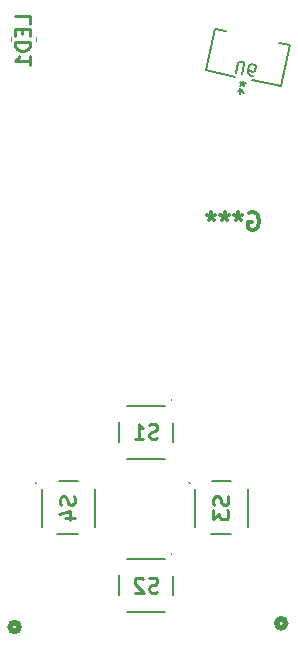
<source format=gbr>
%TF.GenerationSoftware,KiCad,Pcbnew,9.0.3*%
%TF.CreationDate,2025-07-19T19:29:57+01:00*%
%TF.ProjectId,GhostPAW,47686f73-7450-4415-972e-6b696361645f,rev?*%
%TF.SameCoordinates,Original*%
%TF.FileFunction,Legend,Bot*%
%TF.FilePolarity,Positive*%
%FSLAX46Y46*%
G04 Gerber Fmt 4.6, Leading zero omitted, Abs format (unit mm)*
G04 Created by KiCad (PCBNEW 9.0.3) date 2025-07-19 19:29:57*
%MOMM*%
%LPD*%
G01*
G04 APERTURE LIST*
%ADD10C,0.300000*%
%ADD11C,0.150000*%
%ADD12C,0.254000*%
%ADD13C,0.152400*%
%ADD14C,0.200000*%
%ADD15C,0.100000*%
%ADD16C,0.508000*%
G04 APERTURE END LIST*
D10*
X160721427Y-84049757D02*
X160864285Y-83978328D01*
X160864285Y-83978328D02*
X161078570Y-83978328D01*
X161078570Y-83978328D02*
X161292856Y-84049757D01*
X161292856Y-84049757D02*
X161435713Y-84192614D01*
X161435713Y-84192614D02*
X161507142Y-84335471D01*
X161507142Y-84335471D02*
X161578570Y-84621185D01*
X161578570Y-84621185D02*
X161578570Y-84835471D01*
X161578570Y-84835471D02*
X161507142Y-85121185D01*
X161507142Y-85121185D02*
X161435713Y-85264042D01*
X161435713Y-85264042D02*
X161292856Y-85406900D01*
X161292856Y-85406900D02*
X161078570Y-85478328D01*
X161078570Y-85478328D02*
X160935713Y-85478328D01*
X160935713Y-85478328D02*
X160721427Y-85406900D01*
X160721427Y-85406900D02*
X160649999Y-85335471D01*
X160649999Y-85335471D02*
X160649999Y-84835471D01*
X160649999Y-84835471D02*
X160935713Y-84835471D01*
X159792856Y-83978328D02*
X159792856Y-84335471D01*
X160149999Y-84192614D02*
X159792856Y-84335471D01*
X159792856Y-84335471D02*
X159435713Y-84192614D01*
X160007142Y-84621185D02*
X159792856Y-84335471D01*
X159792856Y-84335471D02*
X159578570Y-84621185D01*
X158649999Y-83978328D02*
X158649999Y-84335471D01*
X159007142Y-84192614D02*
X158649999Y-84335471D01*
X158649999Y-84335471D02*
X158292856Y-84192614D01*
X158864285Y-84621185D02*
X158649999Y-84335471D01*
X158649999Y-84335471D02*
X158435713Y-84621185D01*
X157507142Y-83978328D02*
X157507142Y-84335471D01*
X157864285Y-84192614D02*
X157507142Y-84335471D01*
X157507142Y-84335471D02*
X157149999Y-84192614D01*
X157721428Y-84621185D02*
X157507142Y-84335471D01*
X157507142Y-84335471D02*
X157292856Y-84621185D01*
D11*
X159592176Y-72158732D02*
X159760485Y-71366898D01*
X159760485Y-71366898D02*
X159826865Y-71283642D01*
X159826865Y-71283642D02*
X159883344Y-71246964D01*
X159883344Y-71246964D02*
X159986401Y-71220187D01*
X159986401Y-71220187D02*
X160172715Y-71259789D01*
X160172715Y-71259789D02*
X160255971Y-71326168D01*
X160255971Y-71326168D02*
X160292649Y-71382647D01*
X160292649Y-71382647D02*
X160319427Y-71485705D01*
X160319427Y-71485705D02*
X160151117Y-72277539D01*
X161036108Y-72465649D02*
X160849794Y-72426047D01*
X160849794Y-72426047D02*
X160766538Y-72359667D01*
X160766538Y-72359667D02*
X160729860Y-72303188D01*
X160729860Y-72303188D02*
X160666404Y-72143652D01*
X160666404Y-72143652D02*
X160659428Y-71947438D01*
X160659428Y-71947438D02*
X160738633Y-71574810D01*
X160738633Y-71574810D02*
X160805012Y-71491554D01*
X160805012Y-71491554D02*
X160861491Y-71454876D01*
X160861491Y-71454876D02*
X160964549Y-71428098D01*
X160964549Y-71428098D02*
X161150863Y-71467701D01*
X161150863Y-71467701D02*
X161234119Y-71534080D01*
X161234119Y-71534080D02*
X161270797Y-71590559D01*
X161270797Y-71590559D02*
X161297574Y-71693617D01*
X161297574Y-71693617D02*
X161248071Y-71926509D01*
X161248071Y-71926509D02*
X161181692Y-72009765D01*
X161181692Y-72009765D02*
X161125213Y-72046443D01*
X161125213Y-72046443D02*
X161022155Y-72073221D01*
X161022155Y-72073221D02*
X160835842Y-72033618D01*
X160835842Y-72033618D02*
X160752585Y-71967239D01*
X160752585Y-71967239D02*
X160715907Y-71910760D01*
X160715907Y-71910760D02*
X160689130Y-71807702D01*
X160220868Y-72865528D02*
X160171365Y-73098420D01*
X160424058Y-73054766D02*
X160171365Y-73098420D01*
X160171365Y-73098420D02*
X159958274Y-72955761D01*
X160271498Y-73314436D02*
X160171365Y-73098420D01*
X160171365Y-73098420D02*
X159992027Y-73255032D01*
X159994169Y-73932063D02*
X160043672Y-73699171D01*
X159790979Y-73742825D02*
X160043672Y-73699171D01*
X160043672Y-73699171D02*
X160256763Y-73841830D01*
X159943539Y-73483155D02*
X160043672Y-73699171D01*
X160043672Y-73699171D02*
X160223010Y-73542559D01*
D12*
X145913842Y-108032380D02*
X145974318Y-108213809D01*
X145974318Y-108213809D02*
X145974318Y-108516190D01*
X145974318Y-108516190D02*
X145913842Y-108637142D01*
X145913842Y-108637142D02*
X145853365Y-108697618D01*
X145853365Y-108697618D02*
X145732413Y-108758095D01*
X145732413Y-108758095D02*
X145611461Y-108758095D01*
X145611461Y-108758095D02*
X145490508Y-108697618D01*
X145490508Y-108697618D02*
X145430032Y-108637142D01*
X145430032Y-108637142D02*
X145369556Y-108516190D01*
X145369556Y-108516190D02*
X145309080Y-108274285D01*
X145309080Y-108274285D02*
X145248603Y-108153333D01*
X145248603Y-108153333D02*
X145188127Y-108092856D01*
X145188127Y-108092856D02*
X145067175Y-108032380D01*
X145067175Y-108032380D02*
X144946222Y-108032380D01*
X144946222Y-108032380D02*
X144825270Y-108092856D01*
X144825270Y-108092856D02*
X144764794Y-108153333D01*
X144764794Y-108153333D02*
X144704318Y-108274285D01*
X144704318Y-108274285D02*
X144704318Y-108576666D01*
X144704318Y-108576666D02*
X144764794Y-108758095D01*
X145127651Y-109846666D02*
X145974318Y-109846666D01*
X144643842Y-109544285D02*
X145550984Y-109241904D01*
X145550984Y-109241904D02*
X145550984Y-110028095D01*
X158913842Y-108032380D02*
X158974318Y-108213809D01*
X158974318Y-108213809D02*
X158974318Y-108516190D01*
X158974318Y-108516190D02*
X158913842Y-108637142D01*
X158913842Y-108637142D02*
X158853365Y-108697618D01*
X158853365Y-108697618D02*
X158732413Y-108758095D01*
X158732413Y-108758095D02*
X158611461Y-108758095D01*
X158611461Y-108758095D02*
X158490508Y-108697618D01*
X158490508Y-108697618D02*
X158430032Y-108637142D01*
X158430032Y-108637142D02*
X158369556Y-108516190D01*
X158369556Y-108516190D02*
X158309080Y-108274285D01*
X158309080Y-108274285D02*
X158248603Y-108153333D01*
X158248603Y-108153333D02*
X158188127Y-108092856D01*
X158188127Y-108092856D02*
X158067175Y-108032380D01*
X158067175Y-108032380D02*
X157946222Y-108032380D01*
X157946222Y-108032380D02*
X157825270Y-108092856D01*
X157825270Y-108092856D02*
X157764794Y-108153333D01*
X157764794Y-108153333D02*
X157704318Y-108274285D01*
X157704318Y-108274285D02*
X157704318Y-108576666D01*
X157704318Y-108576666D02*
X157764794Y-108758095D01*
X157704318Y-109181428D02*
X157704318Y-109967619D01*
X157704318Y-109967619D02*
X158188127Y-109544285D01*
X158188127Y-109544285D02*
X158188127Y-109725714D01*
X158188127Y-109725714D02*
X158248603Y-109846666D01*
X158248603Y-109846666D02*
X158309080Y-109907142D01*
X158309080Y-109907142D02*
X158430032Y-109967619D01*
X158430032Y-109967619D02*
X158732413Y-109967619D01*
X158732413Y-109967619D02*
X158853365Y-109907142D01*
X158853365Y-109907142D02*
X158913842Y-109846666D01*
X158913842Y-109846666D02*
X158974318Y-109725714D01*
X158974318Y-109725714D02*
X158974318Y-109362857D01*
X158974318Y-109362857D02*
X158913842Y-109241904D01*
X158913842Y-109241904D02*
X158853365Y-109181428D01*
X152967619Y-116113842D02*
X152786190Y-116174318D01*
X152786190Y-116174318D02*
X152483809Y-116174318D01*
X152483809Y-116174318D02*
X152362857Y-116113842D01*
X152362857Y-116113842D02*
X152302381Y-116053365D01*
X152302381Y-116053365D02*
X152241904Y-115932413D01*
X152241904Y-115932413D02*
X152241904Y-115811461D01*
X152241904Y-115811461D02*
X152302381Y-115690508D01*
X152302381Y-115690508D02*
X152362857Y-115630032D01*
X152362857Y-115630032D02*
X152483809Y-115569556D01*
X152483809Y-115569556D02*
X152725714Y-115509080D01*
X152725714Y-115509080D02*
X152846666Y-115448603D01*
X152846666Y-115448603D02*
X152907143Y-115388127D01*
X152907143Y-115388127D02*
X152967619Y-115267175D01*
X152967619Y-115267175D02*
X152967619Y-115146222D01*
X152967619Y-115146222D02*
X152907143Y-115025270D01*
X152907143Y-115025270D02*
X152846666Y-114964794D01*
X152846666Y-114964794D02*
X152725714Y-114904318D01*
X152725714Y-114904318D02*
X152423333Y-114904318D01*
X152423333Y-114904318D02*
X152241904Y-114964794D01*
X151758095Y-115025270D02*
X151697619Y-114964794D01*
X151697619Y-114964794D02*
X151576666Y-114904318D01*
X151576666Y-114904318D02*
X151274285Y-114904318D01*
X151274285Y-114904318D02*
X151153333Y-114964794D01*
X151153333Y-114964794D02*
X151092857Y-115025270D01*
X151092857Y-115025270D02*
X151032380Y-115146222D01*
X151032380Y-115146222D02*
X151032380Y-115267175D01*
X151032380Y-115267175D02*
X151092857Y-115448603D01*
X151092857Y-115448603D02*
X151818571Y-116174318D01*
X151818571Y-116174318D02*
X151032380Y-116174318D01*
X152967619Y-103113842D02*
X152786190Y-103174318D01*
X152786190Y-103174318D02*
X152483809Y-103174318D01*
X152483809Y-103174318D02*
X152362857Y-103113842D01*
X152362857Y-103113842D02*
X152302381Y-103053365D01*
X152302381Y-103053365D02*
X152241904Y-102932413D01*
X152241904Y-102932413D02*
X152241904Y-102811461D01*
X152241904Y-102811461D02*
X152302381Y-102690508D01*
X152302381Y-102690508D02*
X152362857Y-102630032D01*
X152362857Y-102630032D02*
X152483809Y-102569556D01*
X152483809Y-102569556D02*
X152725714Y-102509080D01*
X152725714Y-102509080D02*
X152846666Y-102448603D01*
X152846666Y-102448603D02*
X152907143Y-102388127D01*
X152907143Y-102388127D02*
X152967619Y-102267175D01*
X152967619Y-102267175D02*
X152967619Y-102146222D01*
X152967619Y-102146222D02*
X152907143Y-102025270D01*
X152907143Y-102025270D02*
X152846666Y-101964794D01*
X152846666Y-101964794D02*
X152725714Y-101904318D01*
X152725714Y-101904318D02*
X152423333Y-101904318D01*
X152423333Y-101904318D02*
X152241904Y-101964794D01*
X151032380Y-103174318D02*
X151758095Y-103174318D01*
X151395238Y-103174318D02*
X151395238Y-101904318D01*
X151395238Y-101904318D02*
X151516190Y-102085746D01*
X151516190Y-102085746D02*
X151637142Y-102206699D01*
X151637142Y-102206699D02*
X151758095Y-102267175D01*
X142174318Y-68003809D02*
X142174318Y-67399047D01*
X142174318Y-67399047D02*
X140904318Y-67399047D01*
X141509080Y-68427142D02*
X141509080Y-68850476D01*
X142174318Y-69031904D02*
X142174318Y-68427142D01*
X142174318Y-68427142D02*
X140904318Y-68427142D01*
X140904318Y-68427142D02*
X140904318Y-69031904D01*
X142174318Y-69576190D02*
X140904318Y-69576190D01*
X140904318Y-69576190D02*
X140904318Y-69878571D01*
X140904318Y-69878571D02*
X140964794Y-70060000D01*
X140964794Y-70060000D02*
X141085746Y-70180952D01*
X141085746Y-70180952D02*
X141206699Y-70241429D01*
X141206699Y-70241429D02*
X141448603Y-70301905D01*
X141448603Y-70301905D02*
X141630032Y-70301905D01*
X141630032Y-70301905D02*
X141871937Y-70241429D01*
X141871937Y-70241429D02*
X141992889Y-70180952D01*
X141992889Y-70180952D02*
X142113842Y-70060000D01*
X142113842Y-70060000D02*
X142174318Y-69878571D01*
X142174318Y-69878571D02*
X142174318Y-69576190D01*
X142174318Y-71511429D02*
X142174318Y-70785714D01*
X142174318Y-71148571D02*
X140904318Y-71148571D01*
X140904318Y-71148571D02*
X141085746Y-71027619D01*
X141085746Y-71027619D02*
X141206699Y-70906667D01*
X141206699Y-70906667D02*
X141267175Y-70785714D01*
D13*
%TO.C,U6*%
X157859362Y-68454534D02*
X158740046Y-68641729D01*
X164172325Y-69796395D02*
X163425069Y-73311956D01*
X163425069Y-73311956D02*
X160966936Y-72789463D01*
X157112107Y-71970094D02*
X157859362Y-68454534D01*
X159570240Y-72492586D02*
X157112107Y-71970094D01*
X163291641Y-69609200D02*
X164172325Y-69796395D01*
D14*
%TO.C,S4*%
X143150000Y-107400000D02*
X143150000Y-110400000D01*
X143150000Y-110400000D02*
X143150000Y-110600000D01*
X144600000Y-106750000D02*
X146200000Y-106750000D01*
X144500000Y-111250000D02*
X146200000Y-111250000D01*
X147650000Y-107400000D02*
X147650000Y-110600000D01*
D15*
X142600000Y-106875000D02*
X142600000Y-106875000D01*
X142700000Y-106875000D02*
X142700000Y-106875000D01*
X142600000Y-106875000D02*
G75*
G02*
X142700000Y-106875000I50000J0D01*
G01*
X142700000Y-106875000D02*
G75*
G02*
X142600000Y-106875000I-50000J0D01*
G01*
D14*
%TO.C,S3*%
X156150000Y-107400000D02*
X156150000Y-110400000D01*
X156150000Y-110400000D02*
X156150000Y-110600000D01*
X157600000Y-106750000D02*
X159200000Y-106750000D01*
X157500000Y-111250000D02*
X159200000Y-111250000D01*
X160650000Y-107400000D02*
X160650000Y-110600000D01*
D15*
X155600000Y-106875000D02*
X155600000Y-106875000D01*
X155700000Y-106875000D02*
X155700000Y-106875000D01*
X155600000Y-106875000D02*
G75*
G02*
X155700000Y-106875000I50000J0D01*
G01*
X155700000Y-106875000D02*
G75*
G02*
X155600000Y-106875000I-50000J0D01*
G01*
D14*
%TO.C,S2*%
X153600000Y-113350000D02*
X150600000Y-113350000D01*
X150600000Y-113350000D02*
X150400000Y-113350000D01*
X154250000Y-114800000D02*
X154250000Y-116400000D01*
X149750000Y-114700000D02*
X149750000Y-116400000D01*
X153600000Y-117850000D02*
X150400000Y-117850000D01*
D15*
X154125000Y-112800000D02*
X154125000Y-112800000D01*
X154125000Y-112900000D02*
X154125000Y-112900000D01*
X154125000Y-112800000D02*
G75*
G02*
X154125000Y-112900000I0J-50000D01*
G01*
X154125000Y-112900000D02*
G75*
G02*
X154125000Y-112800000I0J50000D01*
G01*
D14*
%TO.C,S1*%
X153600000Y-100350000D02*
X150600000Y-100350000D01*
X150600000Y-100350000D02*
X150400000Y-100350000D01*
X154250000Y-101800000D02*
X154250000Y-103400000D01*
X149750000Y-101700000D02*
X149750000Y-103400000D01*
X153600000Y-104850000D02*
X150400000Y-104850000D01*
D15*
X154125000Y-99800000D02*
X154125000Y-99800000D01*
X154125000Y-99900000D02*
X154125000Y-99900000D01*
X154125000Y-99800000D02*
G75*
G02*
X154125000Y-99900000I0J-50000D01*
G01*
X154125000Y-99900000D02*
G75*
G02*
X154125000Y-99800000I0J50000D01*
G01*
D16*
%TO.C,M1*%
X163820300Y-118780000D02*
G75*
G02*
X163058300Y-118780000I-381000J0D01*
G01*
X163058300Y-118780000D02*
G75*
G02*
X163820300Y-118780000I381000J0D01*
G01*
D15*
%TO.C,LED1*%
X142650000Y-69100000D02*
X142650000Y-69500000D01*
X140550000Y-69100000D02*
X140550000Y-69500000D01*
X142200000Y-70800000D02*
X142200000Y-70800000D01*
X142200000Y-70900000D02*
X142200000Y-70900000D01*
X142200000Y-70800000D02*
G75*
G02*
X142200000Y-70900000I0J-50000D01*
G01*
X142200000Y-70900000D02*
G75*
G02*
X142200000Y-70800000I0J50000D01*
G01*
D16*
%TO.C,SW2*%
X141250152Y-119089426D02*
G75*
G02*
X140488152Y-119089426I-381000J0D01*
G01*
X140488152Y-119089426D02*
G75*
G02*
X141250152Y-119089426I381000J0D01*
G01*
%TD*%
M02*

</source>
